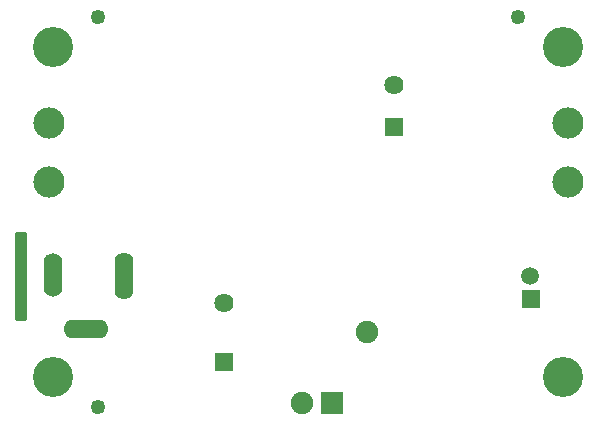
<source format=gbr>
G04 #@! TF.GenerationSoftware,KiCad,Pcbnew,5.1.6-c6e7f7d~87~ubuntu18.04.1*
G04 #@! TF.CreationDate,2022-04-04T15:30:34+03:00*
G04 #@! TF.ProjectId,DCDC-50-5-12_Rev_A,44434443-2d35-4302-9d35-2d31325f5265,A*
G04 #@! TF.SameCoordinates,Original*
G04 #@! TF.FileFunction,Soldermask,Bot*
G04 #@! TF.FilePolarity,Negative*
%FSLAX46Y46*%
G04 Gerber Fmt 4.6, Leading zero omitted, Abs format (unit mm)*
G04 Created by KiCad (PCBNEW 5.1.6-c6e7f7d~87~ubuntu18.04.1) date 2022-04-04 15:30:34*
%MOMM*%
%LPD*%
G01*
G04 APERTURE LIST*
%ADD10O,3.801600X1.601600*%
%ADD11O,1.601600X3.701600*%
%ADD12O,1.601600X4.001600*%
%ADD13C,2.641600*%
%ADD14C,1.254000*%
%ADD15R,1.901600X1.901600*%
%ADD16C,1.901600*%
%ADD17C,1.501600*%
%ADD18R,1.501600X1.501600*%
%ADD19C,1.625600*%
%ADD20R,1.625600X1.625600*%
%ADD21C,3.401601*%
%ADD22C,0.254000*%
G04 APERTURE END LIST*
D10*
X123396000Y-91140000D03*
D11*
X120650000Y-86540000D03*
D12*
X126650000Y-86690000D03*
D13*
X164211000Y-73700000D03*
X164211000Y-78700000D03*
X120269000Y-78700000D03*
X120269000Y-73700000D03*
D14*
X160020000Y-64770000D03*
X124460000Y-64770000D03*
X124460000Y-97790000D03*
D15*
X144272000Y-97409000D03*
D16*
X141732000Y-97409000D03*
D17*
X161056320Y-86626700D03*
D18*
X161058860Y-88638380D03*
D19*
X135128000Y-88940000D03*
D20*
X135128000Y-93940000D03*
D19*
X149479000Y-70513000D03*
D20*
X149479000Y-74013000D03*
D21*
X120650000Y-95250000D03*
X120650000Y-67310000D03*
X163830000Y-67310000D03*
X163830000Y-95250000D03*
D16*
X147193000Y-91440000D03*
D22*
G36*
X118237000Y-90297000D02*
G01*
X117475000Y-90297000D01*
X117475000Y-83058000D01*
X118237000Y-83058000D01*
X118237000Y-90297000D01*
G37*
X118237000Y-90297000D02*
X117475000Y-90297000D01*
X117475000Y-83058000D01*
X118237000Y-83058000D01*
X118237000Y-90297000D01*
M02*

</source>
